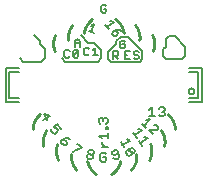
<source format=gbr>
G04 EAGLE Gerber RS-274X export*
G75*
%MOMM*%
%FSLAX34Y34*%
%LPD*%
%INSilkscreen Top*%
%IPPOS*%
%AMOC8*
5,1,8,0,0,1.08239X$1,22.5*%
G01*
%ADD10C,0.152400*%
%ADD11C,0.127000*%
%ADD12C,0.254000*%


D10*
X-11115Y60006D02*
X-7918Y61497D01*
X-10477Y54466D01*
X-8134Y53613D02*
X-12821Y55319D01*
X19345Y-36441D02*
X22638Y-37705D01*
X15803Y-40748D01*
X14788Y-38470D02*
X16817Y-43027D01*
X19298Y-45533D02*
X23855Y-43504D01*
X25502Y-44136D01*
X26516Y-46415D01*
X25884Y-48061D01*
X21327Y-50090D01*
X19681Y-49458D01*
X18666Y-47179D01*
X19298Y-45533D01*
X25884Y-48061D01*
X29008Y-27869D02*
X32482Y-28481D01*
X26352Y-32773D01*
X24922Y-30730D02*
X27783Y-34816D01*
X33761Y-34657D02*
X37235Y-35270D01*
X31106Y-39561D01*
X32536Y-41604D02*
X29675Y-37518D01*
X35470Y-19569D02*
X38993Y-19384D01*
X33986Y-24945D01*
X35839Y-26614D02*
X32132Y-23276D01*
X38291Y-28821D02*
X41998Y-32159D01*
X38291Y-28821D02*
X45336Y-28452D01*
X46170Y-27525D01*
X46078Y-25764D01*
X44224Y-24095D01*
X42463Y-24187D01*
X8479Y63371D02*
X4966Y63678D01*
X8479Y63371D02*
X2748Y58561D01*
X1144Y60472D02*
X4351Y56650D01*
X12851Y56221D02*
X15409Y55112D01*
X12851Y56221D02*
X9337Y56528D01*
X7427Y54925D01*
X7273Y53168D01*
X8876Y51258D01*
X10633Y51104D01*
X11588Y51905D01*
X11742Y53662D01*
X9337Y56528D01*
X40750Y-9161D02*
X38256Y-11655D01*
X40750Y-9161D02*
X40750Y-16643D01*
X38256Y-16643D02*
X43244Y-16643D01*
X46543Y-10408D02*
X47790Y-9161D01*
X50284Y-9161D01*
X51531Y-10408D01*
X51531Y-11655D01*
X50284Y-12902D01*
X49037Y-12902D01*
X50284Y-12902D02*
X51531Y-14149D01*
X51531Y-15396D01*
X50284Y-16643D01*
X47790Y-16643D01*
X46543Y-15396D01*
X-36275Y-27623D02*
X-39346Y-23692D01*
X-42294Y-25995D01*
X-39776Y-27193D01*
X-39008Y-28176D01*
X-39223Y-29926D01*
X-41189Y-31462D01*
X-42939Y-31247D01*
X-44475Y-29281D01*
X-44260Y-27531D01*
X-30880Y-35522D02*
X-28157Y-36123D01*
X-30880Y-35522D02*
X-34388Y-35891D01*
X-35958Y-37829D01*
X-35774Y-39583D01*
X-33835Y-41153D01*
X-32081Y-40969D01*
X-31297Y-39999D01*
X-31481Y-38246D01*
X-34388Y-35891D01*
X-22890Y-40440D02*
X-18333Y-42469D01*
X-18840Y-43608D01*
X-25426Y-46136D01*
X-25933Y-47276D01*
X-45253Y-16659D02*
X-51732Y-20400D01*
X-50363Y-15289D02*
X-45253Y-16659D01*
X-47869Y-19609D02*
X-50363Y-15289D01*
X-13117Y-46229D02*
X-11672Y-45218D01*
X-9216Y-45651D01*
X-8204Y-47095D01*
X-8421Y-48323D01*
X-9866Y-49335D01*
X-8854Y-50780D01*
X-9071Y-52008D01*
X-10515Y-53019D01*
X-12972Y-52586D01*
X-13983Y-51142D01*
X-13767Y-49913D01*
X-12322Y-48902D01*
X-13333Y-47457D01*
X-13117Y-46229D01*
X-12322Y-48902D02*
X-9866Y-49335D01*
X7823Y-52316D02*
X9267Y-53328D01*
X11724Y-52894D01*
X12735Y-51450D01*
X11869Y-46537D01*
X10424Y-45526D01*
X7968Y-45959D01*
X6957Y-47404D01*
X7173Y-48632D01*
X8618Y-49643D01*
X12302Y-48994D01*
X2242Y-49138D02*
X995Y-47891D01*
X-1499Y-47891D01*
X-2747Y-49138D01*
X-2747Y-54126D01*
X-1499Y-55373D01*
X995Y-55373D01*
X2242Y-54126D01*
X2242Y-51632D01*
X-252Y-51632D01*
X-24560Y42206D02*
X-24560Y46612D01*
X-22357Y48816D01*
X-20154Y46612D01*
X-20154Y42206D01*
X-20154Y45511D02*
X-24560Y45511D01*
X-13449Y41356D02*
X-12348Y40254D01*
X-13449Y41356D02*
X-15653Y41356D01*
X-16754Y40254D01*
X-16754Y35848D01*
X-15653Y34746D01*
X-13449Y34746D01*
X-12348Y35848D01*
X-9270Y39152D02*
X-7067Y41356D01*
X-7067Y34746D01*
X-9270Y34746D02*
X-4864Y34746D01*
X-28856Y38222D02*
X-29957Y39324D01*
X-32161Y39324D01*
X-33262Y38222D01*
X-33262Y33816D01*
X-32161Y32714D01*
X-29957Y32714D01*
X-28856Y33816D01*
X-25778Y33816D02*
X-25778Y38222D01*
X-24676Y39324D01*
X-22473Y39324D01*
X-21372Y38222D01*
X-21372Y33816D01*
X-22473Y32714D01*
X-24676Y32714D01*
X-25778Y33816D01*
X-21372Y38222D01*
X16809Y47292D02*
X17910Y46190D01*
X16809Y47292D02*
X14606Y47292D01*
X13504Y46190D01*
X13504Y41784D01*
X14606Y40682D01*
X16809Y40682D01*
X17910Y41784D01*
X17910Y43987D01*
X15707Y43987D01*
X7520Y38308D02*
X7520Y31698D01*
X7520Y38308D02*
X10825Y38308D01*
X11926Y37206D01*
X11926Y35003D01*
X10825Y33901D01*
X7520Y33901D01*
X9723Y33901D02*
X11926Y31698D01*
X17778Y38308D02*
X22184Y38308D01*
X17778Y38308D02*
X17778Y31698D01*
X22184Y31698D01*
X19981Y35003D02*
X17778Y35003D01*
X28567Y38308D02*
X29668Y37206D01*
X28567Y38308D02*
X26364Y38308D01*
X25262Y37206D01*
X25262Y36104D01*
X26364Y35003D01*
X28567Y35003D01*
X29668Y33901D01*
X29668Y32800D01*
X28567Y31698D01*
X26364Y31698D01*
X25262Y32800D01*
X3238Y-42550D02*
X-1750Y-42550D01*
X744Y-42550D02*
X-1750Y-40056D01*
X-1750Y-38809D01*
X-1750Y-35644D02*
X-4244Y-33150D01*
X3238Y-33150D01*
X3238Y-35644D02*
X3238Y-30656D01*
X3238Y-27357D02*
X1991Y-27357D01*
X1991Y-26110D01*
X3238Y-26110D01*
X3238Y-27357D01*
X-2997Y-23213D02*
X-4244Y-21966D01*
X-4244Y-19472D01*
X-2997Y-18225D01*
X-1750Y-18225D01*
X-503Y-19472D01*
X-503Y-20719D01*
X-503Y-19472D02*
X744Y-18225D01*
X1991Y-18225D01*
X3238Y-19472D01*
X3238Y-21966D01*
X1991Y-23213D01*
D11*
X2269Y76171D02*
X1210Y77230D01*
X-909Y77230D01*
X-1968Y76171D01*
X-1968Y71934D01*
X-909Y70875D01*
X1210Y70875D01*
X2269Y71934D01*
X2269Y74053D01*
X150Y74053D01*
D10*
X52324Y48608D02*
X52324Y42004D01*
X50292Y39972D01*
X50292Y33876D01*
X52832Y31336D01*
X66548Y31336D01*
X69088Y33876D01*
X69088Y42004D01*
X59944Y51148D01*
X54864Y51148D01*
X52324Y48608D01*
X6096Y29304D02*
X3556Y31844D01*
X6096Y29304D02*
X30480Y29304D01*
X32512Y31336D01*
X32512Y38448D01*
X20320Y50640D01*
X14224Y50640D01*
X10160Y46576D01*
X10160Y44036D01*
X3556Y37432D01*
X3556Y31844D01*
X-49784Y32352D02*
X-52832Y29304D01*
X-68072Y29304D01*
X-71120Y32352D01*
X-49784Y32352D02*
X-49784Y40480D01*
X-53848Y44544D01*
X-53848Y46576D01*
X-58928Y51656D01*
X-35560Y32352D02*
X-32512Y29304D01*
X-5080Y29304D01*
X-2032Y32352D01*
X-2032Y39464D01*
X-8128Y45560D01*
X-13208Y45560D01*
X-19304Y51656D01*
D11*
X71962Y4458D02*
X71964Y4553D01*
X71970Y4648D01*
X71980Y4743D01*
X71994Y4837D01*
X72012Y4930D01*
X72033Y5023D01*
X72059Y5115D01*
X72088Y5205D01*
X72122Y5294D01*
X72158Y5382D01*
X72199Y5468D01*
X72243Y5553D01*
X72291Y5635D01*
X72342Y5715D01*
X72396Y5793D01*
X72453Y5869D01*
X72514Y5943D01*
X72578Y6013D01*
X72644Y6081D01*
X72714Y6146D01*
X72786Y6209D01*
X72860Y6268D01*
X72937Y6324D01*
X73017Y6376D01*
X73098Y6426D01*
X73181Y6471D01*
X73267Y6514D01*
X73354Y6552D01*
X73442Y6588D01*
X73532Y6619D01*
X73623Y6646D01*
X73715Y6670D01*
X73808Y6690D01*
X73902Y6706D01*
X73997Y6718D01*
X74091Y6726D01*
X74186Y6730D01*
X74282Y6730D01*
X74377Y6726D01*
X74471Y6718D01*
X74566Y6706D01*
X74660Y6690D01*
X74753Y6670D01*
X74845Y6646D01*
X74936Y6619D01*
X75026Y6588D01*
X75114Y6552D01*
X75201Y6514D01*
X75287Y6471D01*
X75370Y6426D01*
X75451Y6376D01*
X75531Y6324D01*
X75608Y6268D01*
X75682Y6209D01*
X75754Y6146D01*
X75824Y6081D01*
X75890Y6013D01*
X75954Y5943D01*
X76015Y5869D01*
X76072Y5793D01*
X76126Y5715D01*
X76177Y5635D01*
X76225Y5553D01*
X76269Y5468D01*
X76310Y5382D01*
X76346Y5294D01*
X76380Y5205D01*
X76409Y5115D01*
X76435Y5023D01*
X76456Y4930D01*
X76474Y4837D01*
X76488Y4743D01*
X76498Y4648D01*
X76504Y4553D01*
X76506Y4458D01*
X76504Y4363D01*
X76498Y4268D01*
X76488Y4173D01*
X76474Y4079D01*
X76456Y3986D01*
X76435Y3893D01*
X76409Y3801D01*
X76380Y3711D01*
X76346Y3622D01*
X76310Y3534D01*
X76269Y3448D01*
X76225Y3363D01*
X76177Y3281D01*
X76126Y3201D01*
X76072Y3123D01*
X76015Y3047D01*
X75954Y2973D01*
X75890Y2903D01*
X75824Y2835D01*
X75754Y2770D01*
X75682Y2707D01*
X75608Y2648D01*
X75531Y2592D01*
X75451Y2540D01*
X75370Y2490D01*
X75287Y2445D01*
X75201Y2402D01*
X75114Y2364D01*
X75026Y2328D01*
X74936Y2297D01*
X74845Y2270D01*
X74753Y2246D01*
X74660Y2226D01*
X74566Y2210D01*
X74471Y2198D01*
X74377Y2190D01*
X74282Y2186D01*
X74186Y2186D01*
X74091Y2190D01*
X73997Y2198D01*
X73902Y2210D01*
X73808Y2226D01*
X73715Y2246D01*
X73623Y2270D01*
X73532Y2297D01*
X73442Y2328D01*
X73354Y2364D01*
X73267Y2402D01*
X73181Y2445D01*
X73098Y2490D01*
X73017Y2540D01*
X72937Y2592D01*
X72860Y2648D01*
X72786Y2707D01*
X72714Y2770D01*
X72644Y2835D01*
X72578Y2903D01*
X72514Y2973D01*
X72453Y3047D01*
X72396Y3123D01*
X72342Y3201D01*
X72291Y3281D01*
X72243Y3363D01*
X72199Y3448D01*
X72158Y3534D01*
X72122Y3622D01*
X72088Y3711D01*
X72059Y3801D01*
X72033Y3893D01*
X72012Y3986D01*
X71994Y4079D01*
X71980Y4173D01*
X71970Y4268D01*
X71964Y4363D01*
X71962Y4458D01*
X83000Y-4400D02*
X83000Y24400D01*
X83000Y-4400D02*
X72000Y-4400D01*
X-72000Y-4400D02*
X-83000Y-4400D01*
X-83000Y24400D01*
X-72000Y24400D01*
X72000Y24400D02*
X83000Y24400D01*
X80000Y21000D02*
X80000Y-1000D01*
X-80000Y-1000D02*
X-80000Y21000D01*
X72000Y-1000D02*
X80000Y-1000D01*
X80000Y21000D02*
X72000Y21000D01*
X-72000Y-1000D02*
X-80000Y-1000D01*
X-80000Y21000D02*
X-72000Y21000D01*
D12*
X-16841Y53723D02*
X-16783Y54132D01*
X-16715Y54539D01*
X-16637Y54945D01*
X-16550Y55349D01*
X-16453Y55751D01*
X-16346Y56150D01*
X-16230Y56546D01*
X-16104Y56940D01*
X-15969Y57330D01*
X-15824Y57717D01*
X-15671Y58101D01*
X-15508Y58480D01*
X-15336Y58856D01*
X-15155Y59227D01*
X-14965Y59594D01*
X-14766Y59957D01*
X-14559Y60314D01*
X-14343Y60666D01*
X-14119Y61013D01*
X-13886Y61355D01*
X-13645Y61690D01*
X-13397Y62020D01*
X-13140Y62344D01*
X-12876Y62662D01*
X-12604Y62973D01*
X-12325Y63277D01*
X-12038Y63575D01*
X-11745Y63866D01*
X-11444Y64149D01*
X-11137Y64426D01*
X-10824Y64694D01*
X-10503Y64956D01*
X-10177Y65209D01*
X-9845Y65455D01*
X-26450Y60677D02*
X-26707Y60353D01*
X-26957Y60024D01*
X-27198Y59689D01*
X-27432Y59348D01*
X-27657Y59002D01*
X-27874Y58650D01*
X-28082Y58293D01*
X-28282Y57932D01*
X-28473Y57565D01*
X-28655Y57194D01*
X-28828Y56819D01*
X-28992Y56440D01*
X-29146Y56057D01*
X-29292Y55670D01*
X-29428Y55280D01*
X-29555Y54887D01*
X-29672Y54491D01*
X-29780Y54092D01*
X-29878Y53691D01*
X-29967Y53287D01*
X-30045Y52882D01*
X-30114Y52474D01*
X-30173Y52065D01*
X-30223Y51655D01*
X-30262Y51244D01*
X-30292Y50832D01*
X-30311Y50419D01*
X-30321Y50006D01*
X-30321Y49593D01*
X-30310Y49180D01*
X-30290Y48767D01*
X-30260Y48355D01*
X-30220Y47944D01*
X-30170Y47534D01*
X-41252Y51763D02*
X-41417Y51384D01*
X-41573Y51002D01*
X-41720Y50615D01*
X-41857Y50226D01*
X-41985Y49833D01*
X-42103Y49437D01*
X-42212Y49039D01*
X-42312Y48638D01*
X-42401Y48234D01*
X-42481Y47829D01*
X-42551Y47422D01*
X-42611Y47013D01*
X-42662Y46603D01*
X-42702Y46192D01*
X-42733Y45780D01*
X-42754Y45367D01*
X-42764Y44954D01*
X-42765Y44541D01*
X-42756Y44128D01*
X-42737Y43715D01*
X-42708Y43303D01*
X-42669Y42892D01*
X-42621Y42482D01*
X-42562Y42073D01*
X-42494Y41665D01*
X-42416Y41259D01*
X-42328Y40856D01*
X-42230Y40454D01*
X-42123Y40055D01*
X-42006Y39659D01*
X-41880Y39266D01*
X-41744Y38875D01*
X-41599Y38489D01*
X-41445Y38105D01*
X-54227Y-15137D02*
X-54538Y-15408D01*
X-54843Y-15687D01*
X-55141Y-15973D01*
X-55432Y-16266D01*
X-55716Y-16566D01*
X-55993Y-16873D01*
X-56262Y-17187D01*
X-56524Y-17506D01*
X-56778Y-17832D01*
X-57023Y-18164D01*
X-57261Y-18502D01*
X-57491Y-18846D01*
X-57712Y-19194D01*
X-57925Y-19548D01*
X-58129Y-19908D01*
X-58325Y-20271D01*
X-58512Y-20640D01*
X-58690Y-21013D01*
X-58859Y-21390D01*
X-59018Y-21771D01*
X-59169Y-22156D01*
X-59310Y-22544D01*
X-59442Y-22935D01*
X-59564Y-23330D01*
X-59677Y-23727D01*
X-59781Y-24127D01*
X-59874Y-24530D01*
X-59958Y-24934D01*
X-60033Y-25341D01*
X-60097Y-25749D01*
X-60151Y-26158D01*
X-60196Y-26569D01*
X-60231Y-26981D01*
X-60256Y-27393D01*
X-48462Y-28655D02*
X-48692Y-28998D01*
X-48915Y-29346D01*
X-49128Y-29700D01*
X-49334Y-30059D01*
X-49530Y-30422D01*
X-49718Y-30790D01*
X-49897Y-31162D01*
X-50067Y-31539D01*
X-50228Y-31919D01*
X-50379Y-32304D01*
X-50522Y-32692D01*
X-50655Y-33083D01*
X-50778Y-33477D01*
X-50892Y-33874D01*
X-50996Y-34274D01*
X-51091Y-34676D01*
X-51176Y-35080D01*
X-51252Y-35487D01*
X-51317Y-35894D01*
X-51373Y-36304D01*
X-51419Y-36714D01*
X-51455Y-37126D01*
X-51481Y-37538D01*
X-51497Y-37951D01*
X-51503Y-38364D01*
X-51499Y-38777D01*
X-51485Y-39190D01*
X-51462Y-39603D01*
X-51428Y-40014D01*
X-51385Y-40425D01*
X-51332Y-40835D01*
X-51269Y-41243D01*
X-51196Y-41650D01*
X-51113Y-42055D01*
X-39394Y-40222D02*
X-39528Y-40613D01*
X-39652Y-41007D01*
X-39768Y-41404D01*
X-39873Y-41803D01*
X-39969Y-42205D01*
X-40055Y-42609D01*
X-40131Y-43015D01*
X-40198Y-43423D01*
X-40255Y-43832D01*
X-40302Y-44243D01*
X-40339Y-44654D01*
X-40366Y-45066D01*
X-40383Y-45479D01*
X-40391Y-45892D01*
X-40388Y-46305D01*
X-40376Y-46718D01*
X-40353Y-47131D01*
X-40321Y-47543D01*
X-40278Y-47954D01*
X-40226Y-48364D01*
X-40164Y-48772D01*
X-40092Y-49179D01*
X-40011Y-49584D01*
X-39920Y-49987D01*
X-39819Y-50387D01*
X-39708Y-50785D01*
X-39588Y-51181D01*
X-39459Y-51573D01*
X-39320Y-51962D01*
X-39171Y-52348D01*
X-39014Y-52730D01*
X-38847Y-53108D01*
X-38671Y-53482D01*
X-38487Y-53851D01*
X-27641Y-49047D02*
X-27670Y-49459D01*
X-27688Y-49872D01*
X-27696Y-50285D01*
X-27695Y-50698D01*
X-27683Y-51111D01*
X-27662Y-51524D01*
X-27631Y-51936D01*
X-27590Y-52347D01*
X-27539Y-52757D01*
X-27478Y-53166D01*
X-27407Y-53573D01*
X-27327Y-53978D01*
X-27236Y-54381D01*
X-27137Y-54782D01*
X-27027Y-55180D01*
X-26908Y-55576D01*
X-26780Y-55969D01*
X-26642Y-56358D01*
X-26495Y-56744D01*
X-26338Y-57127D01*
X-26173Y-57505D01*
X-25998Y-57879D01*
X-25814Y-58250D01*
X-25622Y-58615D01*
X-25421Y-58976D01*
X-25211Y-59332D01*
X-24993Y-59683D01*
X-24766Y-60028D01*
X-24531Y-60368D01*
X-24288Y-60702D01*
X-24037Y-61030D01*
X-23778Y-61352D01*
X-23512Y-61668D01*
X-23238Y-61977D01*
X-14006Y-54531D02*
X-13926Y-54936D01*
X-13837Y-55339D01*
X-13738Y-55741D01*
X-13630Y-56139D01*
X-13512Y-56535D01*
X-13385Y-56928D01*
X-13248Y-57318D01*
X-13102Y-57704D01*
X-12946Y-58087D01*
X-12782Y-58466D01*
X-12608Y-58841D01*
X-12426Y-59212D01*
X-12234Y-59578D01*
X-12034Y-59939D01*
X-11825Y-60296D01*
X-11608Y-60647D01*
X-11382Y-60993D01*
X-11148Y-61334D01*
X-10906Y-61668D01*
X-10656Y-61997D01*
X-10398Y-62320D01*
X-10132Y-62636D01*
X-9859Y-62946D01*
X-9579Y-63250D01*
X-9291Y-63546D01*
X-8996Y-63836D01*
X-8695Y-64118D01*
X-8386Y-64393D01*
X-8071Y-64660D01*
X-7750Y-64920D01*
X-7423Y-65172D01*
X-7089Y-65416D01*
X-6750Y-65652D01*
X-6406Y-65880D01*
X16841Y53723D02*
X16783Y54132D01*
X16715Y54539D01*
X16637Y54945D01*
X16550Y55349D01*
X16453Y55751D01*
X16346Y56150D01*
X16230Y56546D01*
X16104Y56940D01*
X15969Y57330D01*
X15824Y57717D01*
X15671Y58101D01*
X15508Y58480D01*
X15336Y58856D01*
X15155Y59227D01*
X14965Y59594D01*
X14766Y59957D01*
X14559Y60314D01*
X14343Y60666D01*
X14119Y61013D01*
X13886Y61355D01*
X13645Y61690D01*
X13397Y62020D01*
X13140Y62344D01*
X12876Y62662D01*
X12604Y62973D01*
X12325Y63277D01*
X12038Y63575D01*
X11745Y63866D01*
X11444Y64149D01*
X11137Y64426D01*
X10824Y64694D01*
X10503Y64956D01*
X10177Y65209D01*
X9845Y65455D01*
X26450Y60677D02*
X26707Y60353D01*
X26957Y60024D01*
X27198Y59689D01*
X27432Y59348D01*
X27657Y59002D01*
X27874Y58650D01*
X28082Y58293D01*
X28282Y57932D01*
X28473Y57565D01*
X28655Y57194D01*
X28828Y56819D01*
X28992Y56440D01*
X29146Y56057D01*
X29292Y55670D01*
X29428Y55280D01*
X29555Y54887D01*
X29672Y54491D01*
X29780Y54092D01*
X29878Y53691D01*
X29967Y53287D01*
X30045Y52882D01*
X30114Y52474D01*
X30173Y52065D01*
X30223Y51655D01*
X30262Y51244D01*
X30292Y50832D01*
X30311Y50419D01*
X30321Y50006D01*
X30321Y49593D01*
X30310Y49180D01*
X30290Y48767D01*
X30260Y48355D01*
X30220Y47944D01*
X30170Y47534D01*
X41252Y51763D02*
X41417Y51384D01*
X41573Y51002D01*
X41720Y50615D01*
X41857Y50226D01*
X41985Y49833D01*
X42103Y49437D01*
X42212Y49039D01*
X42312Y48638D01*
X42401Y48234D01*
X42481Y47829D01*
X42551Y47422D01*
X42611Y47013D01*
X42662Y46603D01*
X42702Y46192D01*
X42733Y45780D01*
X42754Y45367D01*
X42764Y44954D01*
X42765Y44541D01*
X42756Y44128D01*
X42737Y43715D01*
X42708Y43303D01*
X42669Y42892D01*
X42621Y42482D01*
X42562Y42073D01*
X42494Y41665D01*
X42416Y41259D01*
X42328Y40856D01*
X42230Y40454D01*
X42123Y40055D01*
X42006Y39659D01*
X41880Y39266D01*
X41744Y38875D01*
X41599Y38489D01*
X41445Y38105D01*
X54227Y-15137D02*
X54538Y-15408D01*
X54843Y-15687D01*
X55141Y-15973D01*
X55432Y-16266D01*
X55716Y-16566D01*
X55993Y-16873D01*
X56262Y-17187D01*
X56524Y-17506D01*
X56778Y-17832D01*
X57023Y-18164D01*
X57261Y-18502D01*
X57491Y-18846D01*
X57712Y-19194D01*
X57925Y-19548D01*
X58129Y-19908D01*
X58325Y-20271D01*
X58512Y-20640D01*
X58690Y-21013D01*
X58859Y-21390D01*
X59018Y-21771D01*
X59169Y-22156D01*
X59310Y-22544D01*
X59442Y-22935D01*
X59564Y-23330D01*
X59677Y-23727D01*
X59781Y-24127D01*
X59874Y-24530D01*
X59958Y-24934D01*
X60033Y-25341D01*
X60097Y-25749D01*
X60151Y-26158D01*
X60196Y-26569D01*
X60231Y-26981D01*
X60256Y-27393D01*
X48462Y-28655D02*
X48692Y-28998D01*
X48915Y-29346D01*
X49128Y-29700D01*
X49334Y-30059D01*
X49530Y-30422D01*
X49718Y-30790D01*
X49897Y-31162D01*
X50067Y-31539D01*
X50228Y-31919D01*
X50379Y-32304D01*
X50522Y-32692D01*
X50655Y-33083D01*
X50778Y-33477D01*
X50892Y-33874D01*
X50996Y-34274D01*
X51091Y-34676D01*
X51176Y-35080D01*
X51252Y-35487D01*
X51317Y-35894D01*
X51373Y-36304D01*
X51419Y-36714D01*
X51455Y-37126D01*
X51481Y-37538D01*
X51497Y-37951D01*
X51503Y-38364D01*
X51499Y-38777D01*
X51485Y-39190D01*
X51462Y-39603D01*
X51428Y-40014D01*
X51385Y-40425D01*
X51332Y-40835D01*
X51269Y-41243D01*
X51196Y-41650D01*
X51113Y-42055D01*
X39394Y-40222D02*
X39528Y-40613D01*
X39652Y-41007D01*
X39768Y-41404D01*
X39873Y-41803D01*
X39969Y-42205D01*
X40055Y-42609D01*
X40131Y-43015D01*
X40198Y-43423D01*
X40255Y-43832D01*
X40302Y-44243D01*
X40339Y-44654D01*
X40366Y-45066D01*
X40383Y-45479D01*
X40391Y-45892D01*
X40388Y-46305D01*
X40376Y-46718D01*
X40353Y-47131D01*
X40321Y-47543D01*
X40278Y-47954D01*
X40226Y-48364D01*
X40164Y-48772D01*
X40092Y-49179D01*
X40011Y-49584D01*
X39920Y-49987D01*
X39819Y-50387D01*
X39708Y-50785D01*
X39588Y-51181D01*
X39459Y-51573D01*
X39320Y-51962D01*
X39171Y-52348D01*
X39014Y-52730D01*
X38847Y-53108D01*
X38671Y-53482D01*
X38487Y-53851D01*
X27641Y-49047D02*
X27670Y-49459D01*
X27688Y-49872D01*
X27696Y-50285D01*
X27695Y-50698D01*
X27683Y-51111D01*
X27662Y-51524D01*
X27631Y-51936D01*
X27590Y-52347D01*
X27539Y-52757D01*
X27478Y-53166D01*
X27407Y-53573D01*
X27327Y-53978D01*
X27236Y-54381D01*
X27137Y-54782D01*
X27027Y-55180D01*
X26908Y-55576D01*
X26780Y-55969D01*
X26642Y-56358D01*
X26495Y-56744D01*
X26338Y-57127D01*
X26173Y-57505D01*
X25998Y-57879D01*
X25814Y-58250D01*
X25622Y-58615D01*
X25421Y-58976D01*
X25211Y-59332D01*
X24993Y-59683D01*
X24766Y-60028D01*
X24531Y-60368D01*
X24288Y-60702D01*
X24037Y-61030D01*
X23778Y-61352D01*
X23512Y-61668D01*
X23238Y-61977D01*
X14006Y-54531D02*
X13926Y-54936D01*
X13837Y-55339D01*
X13738Y-55741D01*
X13630Y-56139D01*
X13512Y-56535D01*
X13385Y-56928D01*
X13248Y-57318D01*
X13102Y-57704D01*
X12946Y-58087D01*
X12782Y-58466D01*
X12608Y-58841D01*
X12426Y-59212D01*
X12234Y-59578D01*
X12034Y-59939D01*
X11825Y-60296D01*
X11608Y-60647D01*
X11382Y-60993D01*
X11148Y-61334D01*
X10906Y-61668D01*
X10656Y-61997D01*
X10398Y-62320D01*
X10132Y-62636D01*
X9859Y-62946D01*
X9579Y-63250D01*
X9291Y-63546D01*
X8996Y-63836D01*
X8695Y-64118D01*
X8386Y-64393D01*
X8071Y-64660D01*
X7750Y-64920D01*
X7423Y-65172D01*
X7089Y-65416D01*
X6750Y-65652D01*
X6406Y-65880D01*
M02*

</source>
